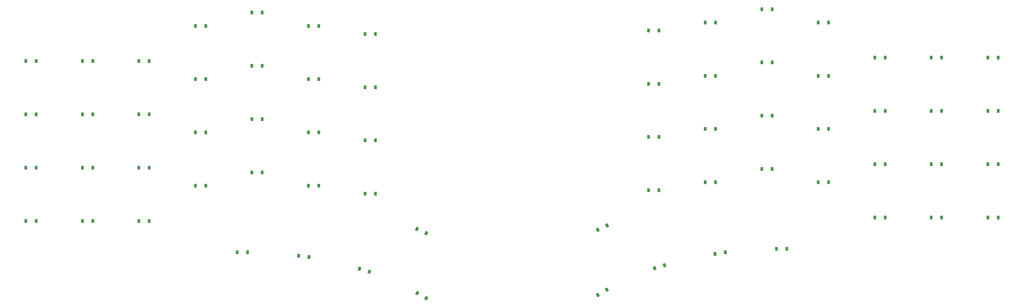
<source format=gbr>
%TF.GenerationSoftware,KiCad,Pcbnew,6.0.9*%
%TF.CreationDate,2022-10-31T19:27:22+01:00*%
%TF.ProjectId,neok(both),6e656f6b-2862-46f7-9468-292e6b696361,v1.0.0*%
%TF.SameCoordinates,Original*%
%TF.FileFunction,Paste,Bot*%
%TF.FilePolarity,Positive*%
%FSLAX46Y46*%
G04 Gerber Fmt 4.6, Leading zero omitted, Abs format (unit mm)*
G04 Created by KiCad (PCBNEW 6.0.9) date 2022-10-31 19:27:22*
%MOMM*%
%LPD*%
G01*
G04 APERTURE LIST*
G04 Aperture macros list*
%AMRotRect*
0 Rectangle, with rotation*
0 The origin of the aperture is its center*
0 $1 length*
0 $2 width*
0 $3 Rotation angle, in degrees counterclockwise*
0 Add horizontal line*
21,1,$1,$2,0,0,$3*%
G04 Aperture macros list end*
%ADD10R,0.900000X1.200000*%
%ADD11RotRect,0.900000X1.200000X342.500000*%
%ADD12RotRect,0.900000X1.200000X352.500000*%
%ADD13RotRect,0.900000X1.200000X335.000000*%
%ADD14RotRect,0.900000X1.200000X330.000000*%
%ADD15RotRect,0.900000X1.200000X205.000000*%
%ADD16RotRect,0.900000X1.200000X197.500000*%
%ADD17RotRect,0.900000X1.200000X210.000000*%
%ADD18RotRect,0.900000X1.200000X187.500000*%
G04 APERTURE END LIST*
D10*
%TO.C,D17*%
X124600004Y-148800004D03*
X127900004Y-148800004D03*
%TD*%
%TO.C,D3*%
X52599993Y-130270002D03*
X55899993Y-130270002D03*
%TD*%
%TO.C,D20*%
X124599997Y-97800000D03*
X127899997Y-97800000D03*
%TD*%
D11*
%TO.C,D31*%
X158874516Y-179522303D03*
X162021782Y-180514633D03*
%TD*%
D10*
%TO.C,D29*%
X119920002Y-174300000D03*
X123220002Y-174300000D03*
%TD*%
%TO.C,D26*%
X160600003Y-138599996D03*
X163900003Y-138599996D03*
%TD*%
%TO.C,D4*%
X52600001Y-113270001D03*
X55900001Y-113270001D03*
%TD*%
%TO.C,D12*%
X88600009Y-113270007D03*
X91900009Y-113270007D03*
%TD*%
%TO.C,D5*%
X70600008Y-164270003D03*
X73900008Y-164270003D03*
%TD*%
%TO.C,D7*%
X70600000Y-130270007D03*
X73900000Y-130270007D03*
%TD*%
%TO.C,D13*%
X106600009Y-153049999D03*
X109900009Y-153049999D03*
%TD*%
%TO.C,D23*%
X142600002Y-119050000D03*
X145900002Y-119050000D03*
%TD*%
%TO.C,D1*%
X52600007Y-164270002D03*
X55900007Y-164270002D03*
%TD*%
%TO.C,D24*%
X142600006Y-102049995D03*
X145900006Y-102049995D03*
%TD*%
%TO.C,D16*%
X106599996Y-102049998D03*
X109899996Y-102049998D03*
%TD*%
%TO.C,D28*%
X160600009Y-104600009D03*
X163900009Y-104600009D03*
%TD*%
%TO.C,D22*%
X142599996Y-136050003D03*
X145899996Y-136050003D03*
%TD*%
D12*
%TO.C,D30*%
X139501193Y-175432676D03*
X142772961Y-175863412D03*
%TD*%
D10*
%TO.C,D2*%
X52600004Y-147269998D03*
X55900004Y-147269998D03*
%TD*%
D13*
%TO.C,D33*%
X177151752Y-166808819D03*
X180142568Y-168203459D03*
%TD*%
D10*
%TO.C,D27*%
X160600004Y-121600005D03*
X163900004Y-121600005D03*
%TD*%
%TO.C,D21*%
X142599995Y-153050003D03*
X145899995Y-153050003D03*
%TD*%
%TO.C,D19*%
X124599998Y-114800004D03*
X127899998Y-114800004D03*
%TD*%
%TO.C,D14*%
X106600000Y-136050002D03*
X109900000Y-136050002D03*
%TD*%
%TO.C,D15*%
X106599997Y-119050007D03*
X109899997Y-119050007D03*
%TD*%
D14*
%TO.C,D32*%
X177259389Y-187338274D03*
X180117273Y-188988274D03*
%TD*%
D10*
%TO.C,D18*%
X124600002Y-131800007D03*
X127900002Y-131800007D03*
%TD*%
%TO.C,D6*%
X70600002Y-147270008D03*
X73900002Y-147270008D03*
%TD*%
%TO.C,D9*%
X88600007Y-164270004D03*
X91900007Y-164270004D03*
%TD*%
%TO.C,D11*%
X88599998Y-130270000D03*
X91899998Y-130270000D03*
%TD*%
%TO.C,D8*%
X70600001Y-113270000D03*
X73900001Y-113270000D03*
%TD*%
%TO.C,D25*%
X160599996Y-155600002D03*
X163899996Y-155600002D03*
%TD*%
%TO.C,D10*%
X88600006Y-147270001D03*
X91900006Y-147270001D03*
%TD*%
%TO.C,D15*%
X308222020Y-117956449D03*
X304922020Y-117956449D03*
%TD*%
%TO.C,D10*%
X326222011Y-146176443D03*
X322922011Y-146176443D03*
%TD*%
%TO.C,D13*%
X308222008Y-151956441D03*
X304922008Y-151956441D03*
%TD*%
%TO.C,D9*%
X326222010Y-163176446D03*
X322922010Y-163176446D03*
%TD*%
%TO.C,D28*%
X254222008Y-103506451D03*
X250922008Y-103506451D03*
%TD*%
%TO.C,D12*%
X326222008Y-112176449D03*
X322922008Y-112176449D03*
%TD*%
%TO.C,D3*%
X362222024Y-129176444D03*
X358922024Y-129176444D03*
%TD*%
%TO.C,D25*%
X254222021Y-154506444D03*
X250922021Y-154506444D03*
%TD*%
%TO.C,D5*%
X344222009Y-163176445D03*
X340922009Y-163176445D03*
%TD*%
%TO.C,D23*%
X272222015Y-117956442D03*
X268922015Y-117956442D03*
%TD*%
%TO.C,D19*%
X290222019Y-113706446D03*
X286922019Y-113706446D03*
%TD*%
%TO.C,D22*%
X272222021Y-134956445D03*
X268922021Y-134956445D03*
%TD*%
%TO.C,D1*%
X362222010Y-163176444D03*
X358922010Y-163176444D03*
%TD*%
%TO.C,D29*%
X294902015Y-173206442D03*
X291602015Y-173206442D03*
%TD*%
D15*
%TO.C,D33*%
X237670265Y-165715261D03*
X234679449Y-167109901D03*
%TD*%
D10*
%TO.C,D27*%
X254222013Y-120506447D03*
X250922013Y-120506447D03*
%TD*%
D16*
%TO.C,D31*%
X255947501Y-178428745D03*
X252800235Y-179421075D03*
%TD*%
D10*
%TO.C,D4*%
X362222016Y-112176443D03*
X358922016Y-112176443D03*
%TD*%
%TO.C,D18*%
X290222015Y-130706449D03*
X286922015Y-130706449D03*
%TD*%
%TO.C,D14*%
X308222017Y-134956444D03*
X304922017Y-134956444D03*
%TD*%
D17*
%TO.C,D32*%
X237562628Y-186244716D03*
X234704744Y-187894716D03*
%TD*%
D10*
%TO.C,D6*%
X344222015Y-146176450D03*
X340922015Y-146176450D03*
%TD*%
D18*
%TO.C,D30*%
X275320824Y-174339118D03*
X272049056Y-174769854D03*
%TD*%
D10*
%TO.C,D21*%
X272222022Y-151956445D03*
X268922022Y-151956445D03*
%TD*%
%TO.C,D20*%
X290222020Y-96706442D03*
X286922020Y-96706442D03*
%TD*%
%TO.C,D24*%
X272222011Y-100956437D03*
X268922011Y-100956437D03*
%TD*%
%TO.C,D16*%
X308222021Y-100956440D03*
X304922021Y-100956440D03*
%TD*%
%TO.C,D2*%
X362222013Y-146176440D03*
X358922013Y-146176440D03*
%TD*%
%TO.C,D26*%
X254222014Y-137506438D03*
X250922014Y-137506438D03*
%TD*%
%TO.C,D17*%
X290222013Y-147706446D03*
X286922013Y-147706446D03*
%TD*%
%TO.C,D7*%
X344222017Y-129176449D03*
X340922017Y-129176449D03*
%TD*%
%TO.C,D11*%
X326222019Y-129176442D03*
X322922019Y-129176442D03*
%TD*%
%TO.C,D8*%
X344222016Y-112176442D03*
X340922016Y-112176442D03*
%TD*%
M02*

</source>
